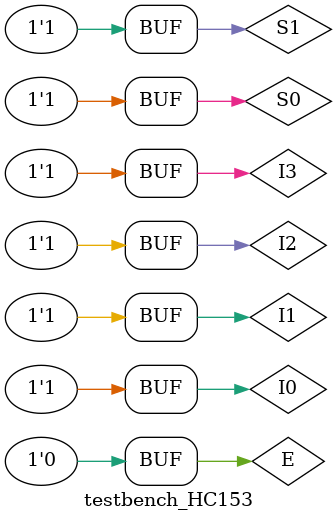
<source format=v>
`timescale 1ns/1ns
module testbench_HC153;
	reg E, S1, S0, I0, I1, I2, I3;		
	
	wire Y;
	
	encoder_153 test_encoder_153(E, S1, S0, I0, I1, I2, I3, Y);

	initial
		begin
			E = 1;
			#20 E = 0; S1 = 0; S0 = 0; I0 = 0;
			#20 S1 = 0; S0 = 0; I0 = 1;
			#20 S1 = 0; S0 = 1; I1 = 0;
			#20 S1 = 0; S0 = 1; I1 = 1;
			#20 S1 = 1; S0 = 0; I2 = 0;
			#20 S1 = 1; S0 = 0; I2 = 1;
			#20 S1 = 1; S0 = 1; I3 = 0;
			#20 S1 = 1; S0 = 1; I3 = 1;
			
		end
		
endmodule
</source>
